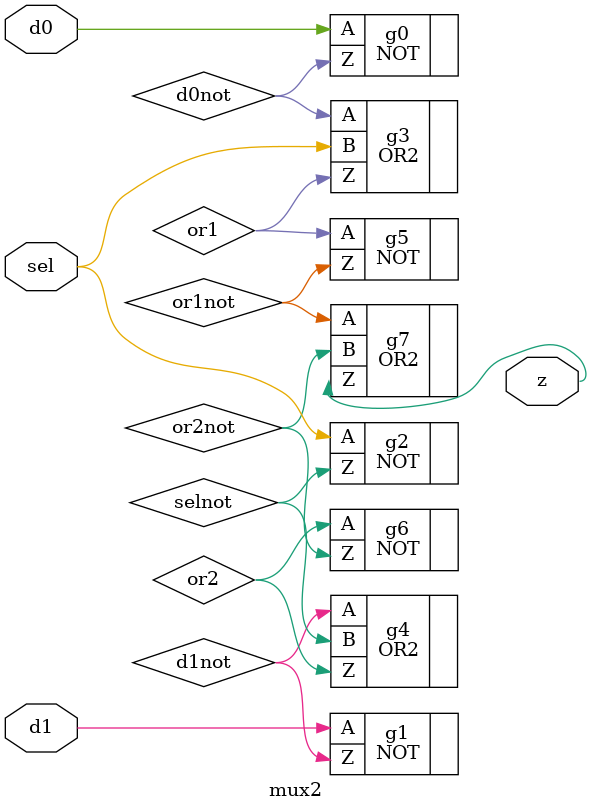
<source format=sv>
module mux2 (
    input logic d0,          // Data input 0
    input logic d1,          // Data input 1
    input logic sel,         // Select input
    output logic z           // Output
);

// Put your code here
// ------------------
    
    logic d0not, d1not, selnot, or1, or1not, or2, or2not, out;
    NOT #(
        .Tpdlh(10),
        .Tpdhl(9)
    ) g0 (
        .A(d0),
        .Z(d0not)
    );

    OR2 #(
        .Tpdlh(1),
        .Tpdhl(4)
    ) g3 (
        .A(d0not),
        .B(sel),
        .Z(or1)
    );
    //or1 = not[d0]+sel 
    NOT #(
        .Tpdlh(10),
        .Tpdhl(9)
    ) g5 (
        .A(or1),
        .Z(or1not)
    );
    //or1not = not[or1]
    NOT #(
        .Tpdlh(10),
        .Tpdhl(9)
    ) g1 (
        .A(d1),
        .Z(d1not)
    );

    NOT #(
        .Tpdlh(10),
        .Tpdhl(9)
    ) g2 (
        .A(sel),
        .Z(selnot)
    );

    OR2 #(
        .Tpdlh(1),
        .Tpdhl(4)
    ) g4 (
        .A(d1not),
        .B(selnot),
        .Z(or2)
    );
    //or2 = not[d1] + not[sel]
    NOT #(
        .Tpdlh(10),
        .Tpdhl(9)
    ) g6 (
        .A(or2),
        .Z(or2not)
    );
    //or2not = not[or2]
    OR2 #(
        .Tpdlh(1),
        .Tpdhl(4)
    ) g7 (
        .A(or1not),
        .B(or2not),
        .Z(z)
    );
    //z = or1not + or2not
// End of your code

endmodule

</source>
